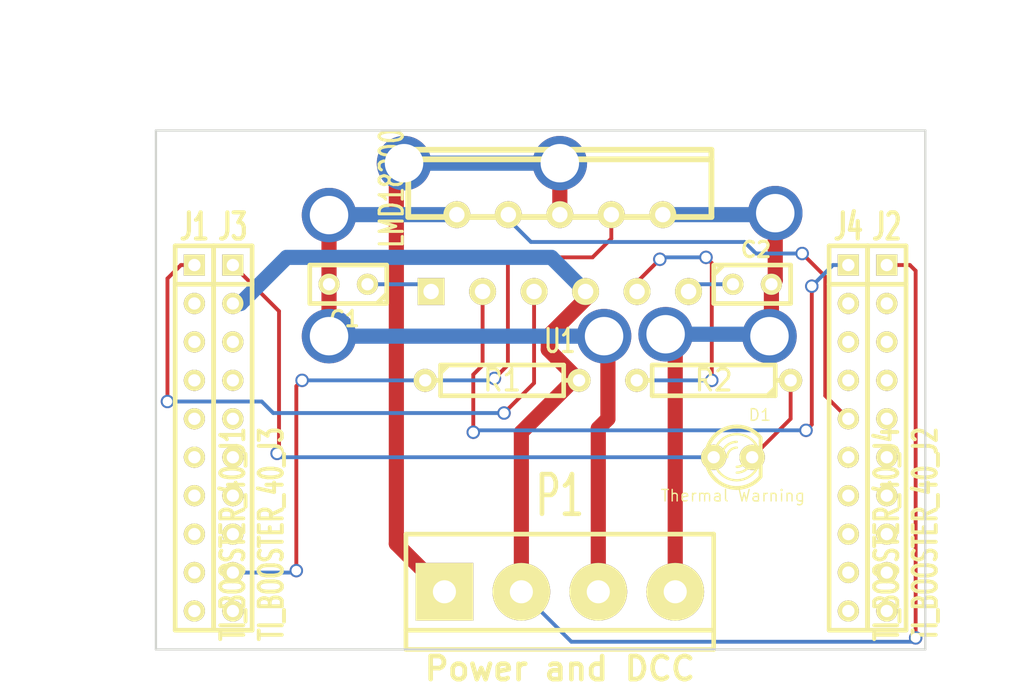
<source format=kicad_pcb>
(kicad_pcb (version 3) (host pcbnew "(2013-june-11)-stable")

  (general
    (links 19)
    (no_connects 0)
    (area 172.984525 104.605002 242.305477 149.7584)
    (thickness 1.6)
    (drawings 7)
    (tracks 120)
    (zones 0)
    (modules 11)
    (nets 14)
  )

  (page A3)
  (layers
    (15 Front signal)
    (0 Back signal)
    (16 B.Adhes user)
    (17 F.Adhes user)
    (18 B.Paste user)
    (19 F.Paste user)
    (20 B.SilkS user)
    (21 F.SilkS user)
    (22 B.Mask user)
    (23 F.Mask user)
    (24 Dwgs.User user)
    (25 Cmts.User user)
    (26 Eco1.User user)
    (27 Eco2.User user)
    (28 Edge.Cuts user)
  )

  (setup
    (last_trace_width 0.254)
    (trace_clearance 0.254)
    (zone_clearance 0.508)
    (zone_45_only no)
    (trace_min 0.254)
    (segment_width 0.20066)
    (edge_width 0.14986)
    (via_size 0.889)
    (via_drill 0.635)
    (via_min_size 0.889)
    (via_min_drill 0.508)
    (uvia_size 0.508)
    (uvia_drill 0.127)
    (uvias_allowed no)
    (uvia_min_size 0.508)
    (uvia_min_drill 0.127)
    (pcb_text_width 0.3)
    (pcb_text_size 1 1)
    (mod_edge_width 0.14986)
    (mod_text_size 1 1)
    (mod_text_width 0.15)
    (pad_size 1 1)
    (pad_drill 0.6)
    (pad_to_mask_clearance 0)
    (aux_axis_origin 0 0)
    (visible_elements 7FFFFFFF)
    (pcbplotparams
      (layerselection 3178497)
      (usegerberextensions true)
      (excludeedgelayer true)
      (linewidth 0.150000)
      (plotframeref false)
      (viasonmask false)
      (mode 1)
      (useauxorigin false)
      (hpglpennumber 1)
      (hpglpenspeed 20)
      (hpglpendiameter 15)
      (hpglpenoverlay 2)
      (psnegative false)
      (psa4output false)
      (plotreference true)
      (plotvalue true)
      (plotothertext true)
      (plotinvisibletext false)
      (padsonsilk false)
      (subtractmaskfromsilk false)
      (outputformat 1)
      (mirror false)
      (drillshape 1)
      (scaleselection 1)
      (outputdirectory ""))
  )

  (net 0 "")
  (net 1 +5V)
  (net 2 /+15V)
  (net 3 "/Current Sense")
  (net 4 "/DCC A")
  (net 5 "/DCC B")
  (net 6 /Enable)
  (net 7 /PWM)
  (net 8 GND)
  (net 9 N-000003)
  (net 10 N-000004)
  (net 11 N-000005)
  (net 12 N-000007)
  (net 13 VCC)

  (net_class Default "This is the default net class."
    (clearance 0.254)
    (trace_width 0.254)
    (via_dia 0.889)
    (via_drill 0.635)
    (uvia_dia 0.508)
    (uvia_drill 0.127)
    (add_net "")
    (add_net +5V)
    (add_net "/Current Sense")
    (add_net /Enable)
    (add_net /PWM)
    (add_net GND)
    (add_net N-000003)
    (add_net N-000004)
    (add_net N-000005)
    (add_net N-000007)
    (add_net VCC)
  )

  (net_class Power ""
    (clearance 0.254)
    (trace_width 1)
    (via_dia 3.6)
    (via_drill 2.54)
    (uvia_dia 3.54)
    (uvia_drill 0.48)
    (add_net /+15V)
    (add_net "/DCC A")
    (add_net "/DCC B")
  )

  (module SIL-10 (layer Front) (tedit 5080DEE6) (tstamp 5080DE37)
    (at 231.14 133.35 270)
    (descr "Connecteur 10 pins")
    (tags "CONN DEV")
    (path /5080DBF4)
    (fp_text reference J2 (at -13.97 0 360) (layer F.SilkS)
      (effects (font (size 1.72974 1.08712) (thickness 0.3048)))
    )
    (fp_text value TI_BOOSTER_40_J2 (at 6.35 -2.54 270) (layer F.SilkS)
      (effects (font (size 1.524 1.016) (thickness 0.3048)))
    )
    (fp_line (start -12.7 1.27) (end -12.7 -1.27) (layer F.SilkS) (width 0.3048))
    (fp_line (start -12.7 -1.27) (end 12.7 -1.27) (layer F.SilkS) (width 0.3048))
    (fp_line (start 12.7 -1.27) (end 12.7 1.27) (layer F.SilkS) (width 0.3048))
    (fp_line (start 12.7 1.27) (end -12.7 1.27) (layer F.SilkS) (width 0.3048))
    (fp_line (start -10.16 1.27) (end -10.16 -1.27) (layer F.SilkS) (width 0.3048))
    (pad 1 thru_hole rect (at -11.43 0 270) (size 1.397 1.397) (drill 0.8128)
      (layers *.Cu *.Mask F.SilkS)
      (net 8 GND)
    )
    (pad 2 thru_hole circle (at -8.89 0 270) (size 1.397 1.397) (drill 0.8128)
      (layers *.Cu *.Mask F.SilkS)
    )
    (pad 3 thru_hole circle (at -6.35 0 270) (size 1.397 1.397) (drill 0.8128)
      (layers *.Cu *.Mask F.SilkS)
    )
    (pad 4 thru_hole circle (at -3.81 0 270) (size 1.397 1.397) (drill 0.8128)
      (layers *.Cu *.Mask F.SilkS)
    )
    (pad 5 thru_hole circle (at -1.27 0 270) (size 1.397 1.397) (drill 0.8128)
      (layers *.Cu *.Mask F.SilkS)
    )
    (pad 6 thru_hole circle (at 1.27 0 270) (size 1.397 1.397) (drill 0.8128)
      (layers *.Cu *.Mask F.SilkS)
    )
    (pad 7 thru_hole circle (at 3.81 0 270) (size 1.397 1.397) (drill 0.8128)
      (layers *.Cu *.Mask F.SilkS)
    )
    (pad 8 thru_hole circle (at 6.35 0 270) (size 1.397 1.397) (drill 0.8128)
      (layers *.Cu *.Mask F.SilkS)
    )
    (pad 9 thru_hole circle (at 8.89 0 270) (size 1.397 1.397) (drill 0.8128)
      (layers *.Cu *.Mask F.SilkS)
    )
    (pad 10 thru_hole circle (at 11.43 0 270) (size 1.397 1.397) (drill 0.8128)
      (layers *.Cu *.Mask F.SilkS)
    )
  )

  (module SIL-10 (layer Front) (tedit 5080DEED) (tstamp 5080DE4A)
    (at 228.6 133.35 270)
    (descr "Connecteur 10 pins")
    (tags "CONN DEV")
    (path /5080DC12)
    (fp_text reference J4 (at -13.97 0 360) (layer F.SilkS)
      (effects (font (size 1.72974 1.08712) (thickness 0.3048)))
    )
    (fp_text value TI_BOOSTER_40_J4 (at 6.35 -2.54 270) (layer F.SilkS)
      (effects (font (size 1.524 1.016) (thickness 0.3048)))
    )
    (fp_line (start -12.7 1.27) (end -12.7 -1.27) (layer F.SilkS) (width 0.3048))
    (fp_line (start -12.7 -1.27) (end 12.7 -1.27) (layer F.SilkS) (width 0.3048))
    (fp_line (start 12.7 -1.27) (end 12.7 1.27) (layer F.SilkS) (width 0.3048))
    (fp_line (start 12.7 1.27) (end -12.7 1.27) (layer F.SilkS) (width 0.3048))
    (fp_line (start -10.16 1.27) (end -10.16 -1.27) (layer F.SilkS) (width 0.3048))
    (pad 1 thru_hole rect (at -11.43 0 270) (size 1.397 1.397) (drill 0.8128)
      (layers *.Cu *.Mask F.SilkS)
      (net 7 /PWM)
    )
    (pad 2 thru_hole circle (at -8.89 0 270) (size 1.397 1.397) (drill 0.8128)
      (layers *.Cu *.Mask F.SilkS)
    )
    (pad 3 thru_hole circle (at -6.35 0 270) (size 1.397 1.397) (drill 0.8128)
      (layers *.Cu *.Mask F.SilkS)
    )
    (pad 4 thru_hole circle (at -3.81 0 270) (size 1.397 1.397) (drill 0.8128)
      (layers *.Cu *.Mask F.SilkS)
    )
    (pad 5 thru_hole circle (at -1.27 0 270) (size 1.397 1.397) (drill 0.8128)
      (layers *.Cu *.Mask F.SilkS)
      (net 6 /Enable)
    )
    (pad 6 thru_hole circle (at 1.27 0 270) (size 1.397 1.397) (drill 0.8128)
      (layers *.Cu *.Mask F.SilkS)
    )
    (pad 7 thru_hole circle (at 3.81 0 270) (size 1.397 1.397) (drill 0.8128)
      (layers *.Cu *.Mask F.SilkS)
    )
    (pad 8 thru_hole circle (at 6.35 0 270) (size 1.397 1.397) (drill 0.8128)
      (layers *.Cu *.Mask F.SilkS)
    )
    (pad 9 thru_hole circle (at 8.89 0 270) (size 1.397 1.397) (drill 0.8128)
      (layers *.Cu *.Mask F.SilkS)
    )
    (pad 10 thru_hole circle (at 11.43 0 270) (size 1.397 1.397) (drill 0.8128)
      (layers *.Cu *.Mask F.SilkS)
    )
  )

  (module SIL-10 (layer Front) (tedit 5080DEE0) (tstamp 5080AB71)
    (at 187.96 133.35 270)
    (descr "Connecteur 10 pins")
    (tags "CONN DEV")
    (path /5080DC03)
    (fp_text reference J3 (at -13.97 0 360) (layer F.SilkS)
      (effects (font (size 1.72974 1.08712) (thickness 0.3048)))
    )
    (fp_text value TI_BOOSTER_40_J3 (at 6.35 -2.54 270) (layer F.SilkS)
      (effects (font (size 1.524 1.016) (thickness 0.3048)))
    )
    (fp_line (start -12.7 1.27) (end -12.7 -1.27) (layer F.SilkS) (width 0.3048))
    (fp_line (start -12.7 -1.27) (end 12.7 -1.27) (layer F.SilkS) (width 0.3048))
    (fp_line (start 12.7 -1.27) (end 12.7 1.27) (layer F.SilkS) (width 0.3048))
    (fp_line (start 12.7 1.27) (end -12.7 1.27) (layer F.SilkS) (width 0.3048))
    (fp_line (start -10.16 1.27) (end -10.16 -1.27) (layer F.SilkS) (width 0.3048))
    (pad 1 thru_hole rect (at -11.43 0 270) (size 1.397 1.397) (drill 0.8128)
      (layers *.Cu *.Mask F.SilkS)
      (net 1 +5V)
    )
    (pad 2 thru_hole circle (at -8.89 0 270) (size 1.397 1.397) (drill 0.8128)
      (layers *.Cu *.Mask F.SilkS)
      (net 8 GND)
    )
    (pad 3 thru_hole circle (at -6.35 0 270) (size 1.397 1.397) (drill 0.8128)
      (layers *.Cu *.Mask F.SilkS)
    )
    (pad 4 thru_hole circle (at -3.81 0 270) (size 1.397 1.397) (drill 0.8128)
      (layers *.Cu *.Mask F.SilkS)
    )
    (pad 5 thru_hole circle (at -1.27 0 270) (size 1.397 1.397) (drill 0.8128)
      (layers *.Cu *.Mask F.SilkS)
    )
    (pad 6 thru_hole circle (at 1.27 0 270) (size 1.397 1.397) (drill 0.8128)
      (layers *.Cu *.Mask F.SilkS)
    )
    (pad 7 thru_hole circle (at 3.81 0 270) (size 1.397 1.397) (drill 0.8128)
      (layers *.Cu *.Mask F.SilkS)
    )
    (pad 8 thru_hole circle (at 6.35 0 270) (size 1.397 1.397) (drill 0.8128)
      (layers *.Cu *.Mask F.SilkS)
    )
    (pad 9 thru_hole circle (at 8.89 0 270) (size 1.397 1.397) (drill 0.8128)
      (layers *.Cu *.Mask F.SilkS)
      (net 3 "/Current Sense")
    )
    (pad 10 thru_hole circle (at 11.43 0 270) (size 1.397 1.397) (drill 0.8128)
      (layers *.Cu *.Mask F.SilkS)
    )
  )

  (module SIL-10 (layer Front) (tedit 5080DEDC) (tstamp 5080AB8D)
    (at 185.42 133.35 270)
    (descr "Connecteur 10 pins")
    (tags "CONN DEV")
    (path /5080DB5C)
    (fp_text reference J1 (at -13.97 0 360) (layer F.SilkS)
      (effects (font (size 1.72974 1.08712) (thickness 0.3048)))
    )
    (fp_text value TI_BOOSTER_40_J1 (at 6.35 -2.54 270) (layer F.SilkS)
      (effects (font (size 1.524 1.016) (thickness 0.3048)))
    )
    (fp_line (start -12.7 1.27) (end -12.7 -1.27) (layer F.SilkS) (width 0.3048))
    (fp_line (start -12.7 -1.27) (end 12.7 -1.27) (layer F.SilkS) (width 0.3048))
    (fp_line (start 12.7 -1.27) (end 12.7 1.27) (layer F.SilkS) (width 0.3048))
    (fp_line (start 12.7 1.27) (end -12.7 1.27) (layer F.SilkS) (width 0.3048))
    (fp_line (start -10.16 1.27) (end -10.16 -1.27) (layer F.SilkS) (width 0.3048))
    (pad 1 thru_hole rect (at -11.43 0 270) (size 1.397 1.397) (drill 0.8128)
      (layers *.Cu *.Mask F.SilkS)
      (net 13 VCC)
    )
    (pad 2 thru_hole circle (at -8.89 0 270) (size 1.397 1.397) (drill 0.8128)
      (layers *.Cu *.Mask F.SilkS)
    )
    (pad 3 thru_hole circle (at -6.35 0 270) (size 1.397 1.397) (drill 0.8128)
      (layers *.Cu *.Mask F.SilkS)
    )
    (pad 4 thru_hole circle (at -3.81 0 270) (size 1.397 1.397) (drill 0.8128)
      (layers *.Cu *.Mask F.SilkS)
    )
    (pad 5 thru_hole circle (at -1.27 0 270) (size 1.397 1.397) (drill 0.8128)
      (layers *.Cu *.Mask F.SilkS)
    )
    (pad 6 thru_hole circle (at 1.27 0 270) (size 1.397 1.397) (drill 0.8128)
      (layers *.Cu *.Mask F.SilkS)
    )
    (pad 7 thru_hole circle (at 3.81 0 270) (size 1.397 1.397) (drill 0.8128)
      (layers *.Cu *.Mask F.SilkS)
    )
    (pad 8 thru_hole circle (at 6.35 0 270) (size 1.397 1.397) (drill 0.8128)
      (layers *.Cu *.Mask F.SilkS)
    )
    (pad 9 thru_hole circle (at 8.89 0 270) (size 1.397 1.397) (drill 0.8128)
      (layers *.Cu *.Mask F.SilkS)
    )
    (pad 10 thru_hole circle (at 11.43 0 270) (size 1.397 1.397) (drill 0.8128)
      (layers *.Cu *.Mask F.SilkS)
    )
  )

  (module R4 (layer Front) (tedit 5A7B27AC) (tstamp 5A7B2649)
    (at 205.74 129.54)
    (descr "Resitance 4 pas")
    (tags R)
    (path /5A7B1EC8)
    (autoplace_cost180 10)
    (fp_text reference R1 (at 0 0) (layer F.SilkS)
      (effects (font (size 1.397 1.27) (thickness 0.2032)))
    )
    (fp_text value "2.7K Ohms" (at -0.381 0) (layer F.SilkS) hide
      (effects (font (size 1.397 1.27) (thickness 0.2032)))
    )
    (fp_line (start -5.08 0) (end -4.064 0) (layer F.SilkS) (width 0.3048))
    (fp_line (start -4.064 0) (end -4.064 -1.016) (layer F.SilkS) (width 0.3048))
    (fp_line (start -4.064 -1.016) (end 4.064 -1.016) (layer F.SilkS) (width 0.3048))
    (fp_line (start 4.064 -1.016) (end 4.064 1.016) (layer F.SilkS) (width 0.3048))
    (fp_line (start 4.064 1.016) (end -4.064 1.016) (layer F.SilkS) (width 0.3048))
    (fp_line (start -4.064 1.016) (end -4.064 0) (layer F.SilkS) (width 0.3048))
    (fp_line (start -4.064 -0.508) (end -3.556 -1.016) (layer F.SilkS) (width 0.3048))
    (fp_line (start 5.08 0) (end 4.064 0) (layer F.SilkS) (width 0.3048))
    (pad 1 thru_hole circle (at -5.08 0) (size 1.524 1.524) (drill 0.8128)
      (layers *.Cu *.Mask F.SilkS)
      (net 3 "/Current Sense")
    )
    (pad 2 thru_hole circle (at 5.08 0) (size 1.524 1.524) (drill 0.8128)
      (layers *.Cu *.Mask F.SilkS)
      (net 8 GND)
    )
    (model discret/resistor.wrl
      (at (xyz 0 0 0))
      (scale (xyz 0.4 0.4 0.4))
      (rotate (xyz 0 0 0))
    )
  )

  (module R4 (layer Front) (tedit 5A7B276A) (tstamp 5A7B2657)
    (at 219.71 129.54 180)
    (descr "Resitance 4 pas")
    (tags R)
    (path /5A7B1ED7)
    (autoplace_cost180 10)
    (fp_text reference R2 (at 0 0 180) (layer F.SilkS)
      (effects (font (size 1.397 1.27) (thickness 0.2032)))
    )
    (fp_text value "2.7K Ohms" (at 0 0 180) (layer F.SilkS) hide
      (effects (font (size 1.397 1.27) (thickness 0.2032)))
    )
    (fp_line (start -5.08 0) (end -4.064 0) (layer F.SilkS) (width 0.3048))
    (fp_line (start -4.064 0) (end -4.064 -1.016) (layer F.SilkS) (width 0.3048))
    (fp_line (start -4.064 -1.016) (end 4.064 -1.016) (layer F.SilkS) (width 0.3048))
    (fp_line (start 4.064 -1.016) (end 4.064 1.016) (layer F.SilkS) (width 0.3048))
    (fp_line (start 4.064 1.016) (end -4.064 1.016) (layer F.SilkS) (width 0.3048))
    (fp_line (start -4.064 1.016) (end -4.064 0) (layer F.SilkS) (width 0.3048))
    (fp_line (start -4.064 -0.508) (end -3.556 -1.016) (layer F.SilkS) (width 0.3048))
    (fp_line (start 5.08 0) (end 4.064 0) (layer F.SilkS) (width 0.3048))
    (pad 1 thru_hole circle (at -5.08 0 180) (size 1.524 1.524) (drill 0.8128)
      (layers *.Cu *.Mask F.SilkS)
      (net 11 N-000005)
    )
    (pad 2 thru_hole circle (at 5.08 0 180) (size 1.524 1.524) (drill 0.8128)
      (layers *.Cu *.Mask F.SilkS)
      (net 12 N-000007)
    )
    (model discret/resistor.wrl
      (at (xyz 0 0 0))
      (scale (xyz 0.4 0.4 0.4))
      (rotate (xyz 0 0 0))
    )
  )

  (module LED-3MM (layer Front) (tedit 50ADE848) (tstamp 5A7B2670)
    (at 220.98 134.62)
    (descr "LED 3mm - Lead pitch 100mil (2,54mm)")
    (tags "LED led 3mm 3MM 100mil 2,54mm")
    (path /5A7B1EE6)
    (fp_text reference D1 (at 1.778 -2.794) (layer F.SilkS)
      (effects (font (size 0.762 0.762) (thickness 0.0889)))
    )
    (fp_text value "Thermal Warning" (at 0 2.54) (layer F.SilkS)
      (effects (font (size 0.762 0.762) (thickness 0.0889)))
    )
    (fp_line (start 1.8288 1.27) (end 1.8288 -1.27) (layer F.SilkS) (width 0.254))
    (fp_arc (start 0.254 0) (end -1.27 0) (angle 39.8) (layer F.SilkS) (width 0.1524))
    (fp_arc (start 0.254 0) (end -0.88392 1.01092) (angle 41.6) (layer F.SilkS) (width 0.1524))
    (fp_arc (start 0.254 0) (end 1.4097 -0.9906) (angle 40.6) (layer F.SilkS) (width 0.1524))
    (fp_arc (start 0.254 0) (end 1.778 0) (angle 39.8) (layer F.SilkS) (width 0.1524))
    (fp_arc (start 0.254 0) (end 0.254 -1.524) (angle 54.4) (layer F.SilkS) (width 0.1524))
    (fp_arc (start 0.254 0) (end -0.9652 -0.9144) (angle 53.1) (layer F.SilkS) (width 0.1524))
    (fp_arc (start 0.254 0) (end 1.45542 0.93472) (angle 52.1) (layer F.SilkS) (width 0.1524))
    (fp_arc (start 0.254 0) (end 0.254 1.524) (angle 52.1) (layer F.SilkS) (width 0.1524))
    (fp_arc (start 0.254 0) (end -0.381 0) (angle 90) (layer F.SilkS) (width 0.1524))
    (fp_arc (start 0.254 0) (end -0.762 0) (angle 90) (layer F.SilkS) (width 0.1524))
    (fp_arc (start 0.254 0) (end 0.889 0) (angle 90) (layer F.SilkS) (width 0.1524))
    (fp_arc (start 0.254 0) (end 1.27 0) (angle 90) (layer F.SilkS) (width 0.1524))
    (fp_arc (start 0.254 0) (end 0.254 -2.032) (angle 50.1) (layer F.SilkS) (width 0.254))
    (fp_arc (start 0.254 0) (end -1.5367 -0.95504) (angle 61.9) (layer F.SilkS) (width 0.254))
    (fp_arc (start 0.254 0) (end 1.8034 1.31064) (angle 49.7) (layer F.SilkS) (width 0.254))
    (fp_arc (start 0.254 0) (end 0.254 2.032) (angle 60.2) (layer F.SilkS) (width 0.254))
    (fp_arc (start 0.254 0) (end -1.778 0) (angle 28.3) (layer F.SilkS) (width 0.254))
    (fp_arc (start 0.254 0) (end -1.47574 1.06426) (angle 31.6) (layer F.SilkS) (width 0.254))
    (pad 1 thru_hole circle (at -1.27 0) (size 1.6764 1.6764) (drill 0.8128)
      (layers *.Cu *.Mask F.SilkS)
      (net 1 +5V)
    )
    (pad 2 thru_hole circle (at 1.27 0) (size 1.6764 1.6764) (drill 0.8128)
      (layers *.Cu *.Mask F.SilkS)
      (net 11 N-000005)
    )
    (model discret/leds/led3_vertical_verde.wrl
      (at (xyz 0 0 0))
      (scale (xyz 1 1 1))
      (rotate (xyz 0 0 0))
    )
  )

  (module C1 (layer Front) (tedit 3F92C496) (tstamp 5A7B267B)
    (at 222.25 123.19)
    (descr "Condensateur e = 1 pas")
    (tags C)
    (path /5A7B1EAA)
    (fp_text reference C2 (at 0.254 -2.286) (layer F.SilkS)
      (effects (font (size 1.016 1.016) (thickness 0.2032)))
    )
    (fp_text value ".01 uf" (at 0 -2.286) (layer F.SilkS) hide
      (effects (font (size 1.016 1.016) (thickness 0.2032)))
    )
    (fp_line (start -2.4892 -1.27) (end 2.54 -1.27) (layer F.SilkS) (width 0.3048))
    (fp_line (start 2.54 -1.27) (end 2.54 1.27) (layer F.SilkS) (width 0.3048))
    (fp_line (start 2.54 1.27) (end -2.54 1.27) (layer F.SilkS) (width 0.3048))
    (fp_line (start -2.54 1.27) (end -2.54 -1.27) (layer F.SilkS) (width 0.3048))
    (fp_line (start -2.54 -0.635) (end -1.905 -1.27) (layer F.SilkS) (width 0.3048))
    (pad 1 thru_hole circle (at -1.27 0) (size 1.397 1.397) (drill 0.8128)
      (layers *.Cu *.Mask F.SilkS)
      (net 9 N-000003)
    )
    (pad 2 thru_hole circle (at 1.27 0) (size 1.397 1.397) (drill 0.8128)
      (layers *.Cu *.Mask F.SilkS)
      (net 5 "/DCC B")
    )
    (model discret/capa_1_pas.wrl
      (at (xyz 0 0 0))
      (scale (xyz 1 1 1))
      (rotate (xyz 0 0 0))
    )
  )

  (module C1 (layer Front) (tedit 3F92C496) (tstamp 5A7B2686)
    (at 195.58 123.19 180)
    (descr "Condensateur e = 1 pas")
    (tags C)
    (path /5A7B1EB9)
    (fp_text reference C1 (at 0.254 -2.286 180) (layer F.SilkS)
      (effects (font (size 1.016 1.016) (thickness 0.2032)))
    )
    (fp_text value ".01 uf" (at 0 -2.286 180) (layer F.SilkS) hide
      (effects (font (size 1.016 1.016) (thickness 0.2032)))
    )
    (fp_line (start -2.4892 -1.27) (end 2.54 -1.27) (layer F.SilkS) (width 0.3048))
    (fp_line (start 2.54 -1.27) (end 2.54 1.27) (layer F.SilkS) (width 0.3048))
    (fp_line (start 2.54 1.27) (end -2.54 1.27) (layer F.SilkS) (width 0.3048))
    (fp_line (start -2.54 1.27) (end -2.54 -1.27) (layer F.SilkS) (width 0.3048))
    (fp_line (start -2.54 -0.635) (end -1.905 -1.27) (layer F.SilkS) (width 0.3048))
    (pad 1 thru_hole circle (at -1.27 0 180) (size 1.397 1.397) (drill 0.8128)
      (layers *.Cu *.Mask F.SilkS)
      (net 10 N-000004)
    )
    (pad 2 thru_hole circle (at 1.27 0 180) (size 1.397 1.397) (drill 0.8128)
      (layers *.Cu *.Mask F.SilkS)
      (net 4 "/DCC A")
    )
    (model discret/capa_1_pas.wrl
      (at (xyz 0 0 0))
      (scale (xyz 1 1 1))
      (rotate (xyz 0 0 0))
    )
  )

  (module bornier4 (layer Front) (tedit 3EC0ED29) (tstamp 5A7B2693)
    (at 209.55 143.51)
    (descr "Bornier d'alimentation 4 pins")
    (tags DEV)
    (path /5A7B253F)
    (fp_text reference P1 (at 0 -6.35) (layer F.SilkS)
      (effects (font (size 2.6162 1.59766) (thickness 0.3048)))
    )
    (fp_text value "Power and DCC" (at 0 5.08) (layer F.SilkS)
      (effects (font (size 1.524 1.524) (thickness 0.3048)))
    )
    (fp_line (start -10.16 -3.81) (end -10.16 3.81) (layer F.SilkS) (width 0.3048))
    (fp_line (start 10.16 3.81) (end 10.16 -3.81) (layer F.SilkS) (width 0.3048))
    (fp_line (start 10.16 2.54) (end -10.16 2.54) (layer F.SilkS) (width 0.3048))
    (fp_line (start -10.16 -3.81) (end 10.16 -3.81) (layer F.SilkS) (width 0.3048))
    (fp_line (start -10.16 3.81) (end 10.16 3.81) (layer F.SilkS) (width 0.3048))
    (pad 2 thru_hole circle (at -2.54 0) (size 3.81 3.81) (drill 1.524)
      (layers *.Cu *.Mask F.SilkS)
      (net 8 GND)
    )
    (pad 3 thru_hole circle (at 2.54 0) (size 3.81 3.81) (drill 1.524)
      (layers *.Cu *.Mask F.SilkS)
      (net 4 "/DCC A")
    )
    (pad 1 thru_hole rect (at -7.62 0) (size 3.81 3.81) (drill 1.524)
      (layers *.Cu *.Mask F.SilkS)
      (net 2 /+15V)
    )
    (pad 4 thru_hole circle (at 7.62 0) (size 3.81 3.81) (drill 1.524)
      (layers *.Cu *.Mask F.SilkS)
      (net 5 "/DCC B")
    )
    (model device/bornier_4.wrl
      (at (xyz 0 0 0))
      (scale (xyz 1 1 1))
      (rotate (xyz 0 0 0))
    )
  )

  (module TO220_11PIN_VERT (layer Front) (tedit 5A7B26DC) (tstamp 5A7B32A2)
    (at 209.55 116.84 90)
    (descr "Regulateur TO220 serie LM78xx")
    (tags "TR TO220")
    (path /5A7B1E9B)
    (fp_text reference U1 (at -10.1 0 180) (layer F.SilkS)
      (effects (font (size 1.524 1.016) (thickness 0.2032)))
    )
    (fp_text value LMD18200 (at 0 -11.1 90) (layer F.SilkS)
      (effects (font (size 1.524 1.016) (thickness 0.2032)))
    )
    (fp_line (start 1.905 -10.01) (end 2.54 -10.01) (layer F.SilkS) (width 0.381))
    (fp_line (start 2.54 -10.01) (end 2.54 10.01) (layer F.SilkS) (width 0.381))
    (fp_line (start 2.54 10.01) (end 1.905 10.01) (layer F.SilkS) (width 0.381))
    (fp_line (start -1.905 -10.01) (end 1.905 -10.01) (layer F.SilkS) (width 0.381))
    (fp_line (start 1.905 -10.01) (end 1.905 10.01) (layer F.SilkS) (width 0.381))
    (fp_line (start 1.905 10.01) (end -1.905 10.01) (layer F.SilkS) (width 0.381))
    (fp_line (start -1.905 10.01) (end -1.905 -10.01) (layer F.SilkS) (width 0.381))
    (pad 10 thru_hole circle (at -1.75 6.8 90) (size 1.778 1.778) (drill 1.016)
      (layers *.Cu *.Mask F.SilkS)
      (net 5 "/DCC B")
    )
    (pad 8 thru_hole circle (at -1.75 3.4 90) (size 1.778 1.778) (drill 1.016)
      (layers *.Cu *.Mask F.SilkS)
      (net 3 "/Current Sense")
    )
    (pad 11 thru_hole circle (at -6.83 8.5 90) (size 1.778 1.778) (drill 1.016)
      (layers *.Cu *.Mask F.SilkS)
      (net 9 N-000003)
    )
    (pad 9 thru_hole circle (at -6.83 5.1 90) (size 1.778 1.778) (drill 1.016)
      (layers *.Cu *.Mask F.SilkS)
      (net 12 N-000007)
    )
    (pad 7 thru_hole circle (at -6.83 1.7 90) (size 1.778 1.778) (drill 1.016)
      (layers *.Cu *.Mask F.SilkS)
      (net 8 GND)
    )
    (pad 2 thru_hole circle (at -1.75 -6.8 90) (size 1.778 1.778) (drill 1.016)
      (layers *.Cu *.Mask F.SilkS)
      (net 4 "/DCC A")
    )
    (pad 3 thru_hole circle (at -6.83 -5.1 90) (size 1.778 1.778) (drill 1.016)
      (layers *.Cu *.Mask F.SilkS)
      (net 7 /PWM)
    )
    (pad 4 thru_hole circle (at -1.75 -3.4 90) (size 1.778 1.778) (drill 1.016)
      (layers *.Cu *.Mask F.SilkS)
      (net 6 /Enable)
    )
    (pad 5 thru_hole circle (at -6.83 -1.7 90) (size 1.778 1.778) (drill 1.016)
      (layers *.Cu *.Mask F.SilkS)
      (net 13 VCC)
    )
    (pad 6 thru_hole circle (at -1.75 0 90) (size 1.778 1.778) (drill 1.016)
      (layers *.Cu *.Mask F.SilkS)
      (net 2 /+15V)
    )
    (pad 1 thru_hole rect (at -6.83 -8.5 90) (size 1.778 1.778) (drill 1.016)
      (layers *.Cu *.Mask F.SilkS)
      (net 10 N-000004)
    )
  )

  (dimension 34.29 (width 0.25) (layer Dwgs.User)
    (gr_text "1.3500 in" (at 176.800001 130.175 270) (layer Dwgs.User)
      (effects (font (size 1 1) (thickness 0.25)))
    )
    (feature1 (pts (xy 182.88 147.32) (xy 175.800001 147.32)))
    (feature2 (pts (xy 182.88 113.03) (xy 175.800001 113.03)))
    (crossbar (pts (xy 177.800001 113.03) (xy 177.800001 147.32)))
    (arrow1a (pts (xy 177.800001 147.32) (xy 177.213581 146.193497)))
    (arrow1b (pts (xy 177.800001 147.32) (xy 178.386421 146.193497)))
    (arrow2a (pts (xy 177.800001 113.03) (xy 177.213581 114.156503)))
    (arrow2b (pts (xy 177.800001 113.03) (xy 178.386421 114.156503)))
  )
  (dimension 8.89 (width 0.25) (layer Dwgs.User)
    (gr_text "0.3500 in" (at 238.49 117.475 90) (layer Dwgs.User)
      (effects (font (size 1 1) (thickness 0.25)))
    )
    (feature1 (pts (xy 231.14 113.03) (xy 239.49 113.03)))
    (feature2 (pts (xy 231.14 121.92) (xy 239.49 121.92)))
    (crossbar (pts (xy 237.49 121.92) (xy 237.49 113.03)))
    (arrow1a (pts (xy 237.49 113.03) (xy 238.07642 114.156503)))
    (arrow1b (pts (xy 237.49 113.03) (xy 236.90358 114.156503)))
    (arrow2a (pts (xy 237.49 121.92) (xy 238.07642 120.793497)))
    (arrow2b (pts (xy 237.49 121.92) (xy 236.90358 120.793497)))
  )
  (gr_line (start 233.68 147.32) (end 182.88 147.32) (angle 90) (layer Edge.Cuts) (width 0.15))
  (dimension 50.8 (width 0.25) (layer Dwgs.User)
    (gr_text "2.0000 in" (at 208.28 105.680002) (layer Dwgs.User)
      (effects (font (size 1 1) (thickness 0.25)))
    )
    (feature1 (pts (xy 233.68 113.03) (xy 233.68 104.680002)))
    (feature2 (pts (xy 182.88 113.03) (xy 182.88 104.680002)))
    (crossbar (pts (xy 182.88 106.680002) (xy 233.68 106.680002)))
    (arrow1a (pts (xy 233.68 106.680002) (xy 232.553497 107.266422)))
    (arrow1b (pts (xy 233.68 106.680002) (xy 232.553497 106.093582)))
    (arrow2a (pts (xy 182.88 106.680002) (xy 184.006503 107.266422)))
    (arrow2b (pts (xy 182.88 106.680002) (xy 184.006503 106.093582)))
  )
  (gr_line (start 182.88 147.32) (end 182.88 113.03) (angle 90) (layer Edge.Cuts) (width 0.14986))
  (gr_line (start 233.68 113.03) (end 233.68 147.32) (angle 90) (layer Edge.Cuts) (width 0.14986))
  (gr_line (start 182.88 113.03) (end 233.68 113.03) (angle 90) (layer Edge.Cuts) (width 0.15))

  (segment (start 219.71 134.62) (end 191.135 134.62) (width 0.254) (layer Back) (net 1))
  (segment (start 191.008 124.968) (end 187.96 121.92) (width 0.254) (layer Front) (net 1) (tstamp 5A7B3481))
  (segment (start 191.008 134.239) (end 191.008 124.968) (width 0.254) (layer Front) (net 1) (tstamp 5A7B3480))
  (segment (start 190.881 134.366) (end 191.008 134.239) (width 0.254) (layer Front) (net 1) (tstamp 5A7B347F))
  (via (at 190.881 134.366) (size 0.889) (layers Front Back) (net 1))
  (segment (start 191.135 134.62) (end 190.881 134.366) (width 0.254) (layer Back) (net 1) (tstamp 5A7B347D))
  (segment (start 209.55 118.59) (end 209.55 115.189) (width 1) (layer Front) (net 2))
  (segment (start 198.755 140.335) (end 201.93 143.51) (width 1) (layer Front) (net 2) (tstamp 5A7B3412))
  (segment (start 198.755 115.697) (end 198.755 140.335) (width 1) (layer Front) (net 2) (tstamp 5A7B3411))
  (segment (start 199.263 115.189) (end 198.755 115.697) (width 1) (layer Front) (net 2) (tstamp 5A7B3410))
  (via (at 199.263 115.189) (size 3.6) (layers Front Back) (net 2))
  (segment (start 209.55 115.189) (end 199.263 115.189) (width 1) (layer Back) (net 2) (tstamp 5A7B340D))
  (via (at 209.55 115.189) (size 3.6) (layers Front Back) (net 2))
  (segment (start 200.66 129.54) (end 192.532 129.54) (width 0.254) (layer Back) (net 3))
  (segment (start 192.024 142.24) (end 187.96 142.24) (width 0.254) (layer Back) (net 3) (tstamp 5A7B348F))
  (segment (start 192.151 142.113) (end 192.024 142.24) (width 0.254) (layer Back) (net 3) (tstamp 5A7B348E))
  (via (at 192.151 142.113) (size 0.889) (layers Front Back) (net 3))
  (segment (start 192.151 129.921) (end 192.151 142.113) (width 0.254) (layer Front) (net 3) (tstamp 5A7B348C))
  (segment (start 192.532 129.54) (end 192.151 129.921) (width 0.254) (layer Front) (net 3) (tstamp 5A7B348B))
  (via (at 192.532 129.54) (size 0.889) (layers Front Back) (net 3))
  (segment (start 200.66 129.54) (end 205.105 129.54) (width 0.254) (layer Back) (net 3))
  (segment (start 212.95 120.171) (end 212.95 118.59) (width 0.254) (layer Front) (net 3) (tstamp 5A7B3451))
  (segment (start 211.709 121.412) (end 212.95 120.171) (width 0.254) (layer Front) (net 3) (tstamp 5A7B3450))
  (segment (start 206.121 121.412) (end 211.709 121.412) (width 0.254) (layer Front) (net 3) (tstamp 5A7B344F))
  (segment (start 206.121 128.524) (end 206.121 121.412) (width 0.254) (layer Front) (net 3) (tstamp 5A7B344E))
  (segment (start 205.232 129.413) (end 206.121 128.524) (width 0.254) (layer Front) (net 3) (tstamp 5A7B344D))
  (via (at 205.232 129.413) (size 0.889) (layers Front Back) (net 3))
  (segment (start 205.105 129.54) (end 205.232 129.413) (width 0.254) (layer Back) (net 3) (tstamp 5A7B344B))
  (segment (start 212.09 143.51) (end 212.09 132.715) (width 1) (layer Front) (net 4))
  (segment (start 194.31 126.619) (end 194.31 123.19) (width 1) (layer Front) (net 4) (tstamp 5A7B33FC))
  (via (at 194.31 126.619) (size 3.6) (layers Front Back) (net 4))
  (segment (start 212.471 126.619) (end 194.31 126.619) (width 1) (layer Back) (net 4) (tstamp 5A7B33F9))
  (via (at 212.471 126.619) (size 3.6) (layers Front Back) (net 4))
  (segment (start 212.725 126.873) (end 212.471 126.619) (width 1) (layer Front) (net 4) (tstamp 5A7B33F6))
  (segment (start 212.725 132.08) (end 212.725 126.873) (width 1) (layer Front) (net 4) (tstamp 5A7B33F5))
  (segment (start 212.09 132.715) (end 212.725 132.08) (width 1) (layer Front) (net 4) (tstamp 5A7B33F4))
  (segment (start 194.31 123.19) (end 194.31 118.618) (width 1) (layer Front) (net 4) (tstamp 5A7B33FD))
  (via (at 194.31 118.618) (size 3.6) (layers Front Back) (net 4))
  (segment (start 194.31 118.618) (end 194.338 118.59) (width 1) (layer Back) (net 4) (tstamp 5A7B3400))
  (segment (start 194.338 118.59) (end 202.75 118.59) (width 1) (layer Back) (net 4) (tstamp 5A7B3401))
  (segment (start 223.52 123.19) (end 223.52 126.492) (width 1) (layer Front) (net 5))
  (segment (start 223.52 126.492) (end 223.393 126.619) (width 1) (layer Front) (net 5) (tstamp 5A7B3421))
  (segment (start 223.774 118.491) (end 223.774 122.936) (width 1) (layer Front) (net 5))
  (segment (start 223.774 122.936) (end 223.52 123.19) (width 1) (layer Front) (net 5) (tstamp 5A7B341E))
  (segment (start 216.35 118.59) (end 223.675 118.59) (width 1) (layer Back) (net 5))
  (segment (start 217.17 127.127) (end 217.17 143.51) (width 1) (layer Front) (net 5) (tstamp 5A7B33F1))
  (segment (start 216.535 126.492) (end 217.17 127.127) (width 1) (layer Front) (net 5) (tstamp 5A7B33F0))
  (via (at 216.535 126.492) (size 3.6) (layers Front Back) (net 5))
  (segment (start 223.266 126.492) (end 216.535 126.492) (width 1) (layer Back) (net 5) (tstamp 5A7B33ED))
  (segment (start 223.393 126.619) (end 223.266 126.492) (width 1) (layer Back) (net 5) (tstamp 5A7B33EC))
  (via (at 223.393 126.619) (size 3.6) (layers Front Back) (net 5))
  (segment (start 223.52 126.492) (end 223.393 126.619) (width 1) (layer Front) (net 5) (tstamp 5A7B33EA))
  (segment (start 223.774 118.491) (end 223.52 118.745) (width 1) (layer Front) (net 5) (tstamp 5A7B33E8))
  (via (at 223.774 118.491) (size 3.6) (layers Front Back) (net 5))
  (segment (start 223.675 118.59) (end 223.774 118.491) (width 1) (layer Back) (net 5) (tstamp 5A7B33E6))
  (segment (start 206.15 118.59) (end 206.15 118.901) (width 0.254) (layer Back) (net 6))
  (segment (start 227.076 130.556) (end 228.6 132.08) (width 0.254) (layer Front) (net 6) (tstamp 5A7B3434))
  (segment (start 227.076 122.682) (end 227.076 130.556) (width 0.254) (layer Front) (net 6) (tstamp 5A7B3432))
  (segment (start 225.552 121.158) (end 227.076 122.682) (width 0.254) (layer Front) (net 6) (tstamp 5A7B3431))
  (via (at 225.552 121.158) (size 0.889) (layers Front Back) (net 6))
  (segment (start 222.504 121.158) (end 225.552 121.158) (width 0.254) (layer Back) (net 6) (tstamp 5A7B342F))
  (segment (start 221.742 120.396) (end 222.504 121.158) (width 0.254) (layer Back) (net 6) (tstamp 5A7B342E))
  (segment (start 207.645 120.396) (end 221.742 120.396) (width 0.254) (layer Back) (net 6) (tstamp 5A7B342C))
  (segment (start 206.15 118.901) (end 207.645 120.396) (width 0.254) (layer Back) (net 6) (tstamp 5A7B342B))
  (segment (start 204.45 123.67) (end 204.45 128.544) (width 0.254) (layer Front) (net 7))
  (segment (start 227.584 121.92) (end 228.6 121.92) (width 0.254) (layer Back) (net 7) (tstamp 5A7B345F))
  (segment (start 226.187 123.317) (end 227.584 121.92) (width 0.254) (layer Back) (net 7) (tstamp 5A7B345E))
  (via (at 226.187 123.317) (size 0.889) (layers Front Back) (net 7))
  (segment (start 226.187 132.461) (end 226.187 123.317) (width 0.254) (layer Front) (net 7) (tstamp 5A7B345C))
  (segment (start 225.806 132.842) (end 226.187 132.461) (width 0.254) (layer Front) (net 7) (tstamp 5A7B345B))
  (via (at 225.806 132.842) (size 0.889) (layers Front Back) (net 7))
  (segment (start 203.962 132.842) (end 225.806 132.842) (width 0.254) (layer Back) (net 7) (tstamp 5A7B3459))
  (segment (start 203.835 132.969) (end 203.962 132.842) (width 0.254) (layer Back) (net 7) (tstamp 5A7B3458))
  (via (at 203.835 132.969) (size 0.889) (layers Front Back) (net 7))
  (segment (start 203.835 129.159) (end 203.835 132.969) (width 0.254) (layer Front) (net 7) (tstamp 5A7B3456))
  (segment (start 204.45 128.544) (end 203.835 129.159) (width 0.254) (layer Front) (net 7) (tstamp 5A7B3455))
  (segment (start 231.14 121.92) (end 232.664 121.92) (width 0.254) (layer Front) (net 8))
  (segment (start 210.312 146.812) (end 207.01 143.51) (width 0.254) (layer Back) (net 8) (tstamp 5A7B346E))
  (segment (start 232.791 146.812) (end 210.312 146.812) (width 0.254) (layer Back) (net 8) (tstamp 5A7B346D))
  (segment (start 233.045 146.558) (end 232.791 146.812) (width 0.254) (layer Back) (net 8) (tstamp 5A7B346C))
  (via (at 233.045 146.558) (size 0.889) (layers Front Back) (net 8))
  (segment (start 233.045 122.301) (end 233.045 146.558) (width 0.254) (layer Front) (net 8) (tstamp 5A7B346A))
  (segment (start 232.664 121.92) (end 233.045 122.301) (width 0.254) (layer Front) (net 8) (tstamp 5A7B3469))
  (segment (start 187.96 124.46) (end 188.468 124.46) (width 1) (layer Back) (net 8))
  (segment (start 208.992 121.412) (end 211.25 123.67) (width 1) (layer Back) (net 8) (tstamp 5A7B3426))
  (segment (start 191.516 121.412) (end 208.992 121.412) (width 1) (layer Back) (net 8) (tstamp 5A7B3425))
  (segment (start 188.468 124.46) (end 191.516 121.412) (width 1) (layer Back) (net 8) (tstamp 5A7B3424))
  (segment (start 211.25 123.67) (end 211.25 124.157) (width 1) (layer Front) (net 8))
  (segment (start 208.788 127.508) (end 210.82 129.54) (width 1) (layer Front) (net 8) (tstamp 5A7B3417))
  (segment (start 208.788 126.619) (end 208.788 127.508) (width 1) (layer Front) (net 8) (tstamp 5A7B3416))
  (segment (start 211.25 124.157) (end 208.788 126.619) (width 1) (layer Front) (net 8) (tstamp 5A7B3415))
  (segment (start 210.82 129.54) (end 210.439 129.54) (width 1) (layer Front) (net 8) (tstamp 5A7B3418))
  (segment (start 210.439 129.54) (end 207.01 132.969) (width 1) (layer Front) (net 8) (tstamp 5A7B3419))
  (segment (start 207.01 132.969) (end 207.01 143.51) (width 1) (layer Front) (net 8) (tstamp 5A7B341A))
  (segment (start 220.98 123.19) (end 218.53 123.19) (width 0.254) (layer Back) (net 9))
  (segment (start 218.53 123.19) (end 218.05 123.67) (width 0.254) (layer Back) (net 9) (tstamp 5A7B3448))
  (segment (start 196.85 123.19) (end 200.57 123.19) (width 0.254) (layer Back) (net 10))
  (segment (start 200.57 123.19) (end 201.05 123.67) (width 0.254) (layer Back) (net 10) (tstamp 5A7B3445))
  (segment (start 224.79 129.54) (end 224.79 132.08) (width 0.254) (layer Front) (net 11))
  (segment (start 224.79 132.08) (end 222.25 134.62) (width 0.254) (layer Front) (net 11) (tstamp 5A7B3485))
  (segment (start 214.65 123.67) (end 214.65 123.043) (width 0.254) (layer Front) (net 12))
  (segment (start 219.583 129.54) (end 214.63 129.54) (width 0.254) (layer Back) (net 12) (tstamp 5A7B347A))
  (via (at 219.583 129.54) (size 0.889) (layers Front Back) (net 12))
  (segment (start 219.583 121.793) (end 219.583 129.54) (width 0.254) (layer Front) (net 12) (tstamp 5A7B3478))
  (segment (start 219.202 121.412) (end 219.583 121.793) (width 0.254) (layer Front) (net 12) (tstamp 5A7B3477))
  (via (at 219.202 121.412) (size 0.889) (layers Front Back) (net 12))
  (segment (start 216.281 121.412) (end 219.202 121.412) (width 0.254) (layer Back) (net 12) (tstamp 5A7B3475))
  (segment (start 216.154 121.539) (end 216.281 121.412) (width 0.254) (layer Back) (net 12) (tstamp 5A7B3474))
  (via (at 216.154 121.539) (size 0.889) (layers Front Back) (net 12))
  (segment (start 214.65 123.043) (end 216.154 121.539) (width 0.254) (layer Front) (net 12) (tstamp 5A7B3472))
  (segment (start 207.85 123.67) (end 207.85 129.716) (width 0.254) (layer Front) (net 13))
  (segment (start 184.531 121.92) (end 185.42 121.92) (width 0.254) (layer Front) (net 13) (tstamp 5A7B3442))
  (segment (start 183.642 122.809) (end 184.531 121.92) (width 0.254) (layer Front) (net 13) (tstamp 5A7B3441))
  (segment (start 183.642 130.937) (end 183.642 122.809) (width 0.254) (layer Front) (net 13) (tstamp 5A7B3440))
  (via (at 183.642 130.937) (size 0.889) (layers Front Back) (net 13))
  (segment (start 189.865 130.937) (end 183.642 130.937) (width 0.254) (layer Back) (net 13) (tstamp 5A7B343D))
  (segment (start 190.627 131.699) (end 189.865 130.937) (width 0.254) (layer Back) (net 13) (tstamp 5A7B343C))
  (segment (start 205.867 131.699) (end 190.627 131.699) (width 0.254) (layer Back) (net 13) (tstamp 5A7B343B))
  (via (at 205.867 131.699) (size 0.889) (layers Front Back) (net 13))
  (segment (start 207.85 129.716) (end 205.867 131.699) (width 0.254) (layer Front) (net 13) (tstamp 5A7B3438))

)

</source>
